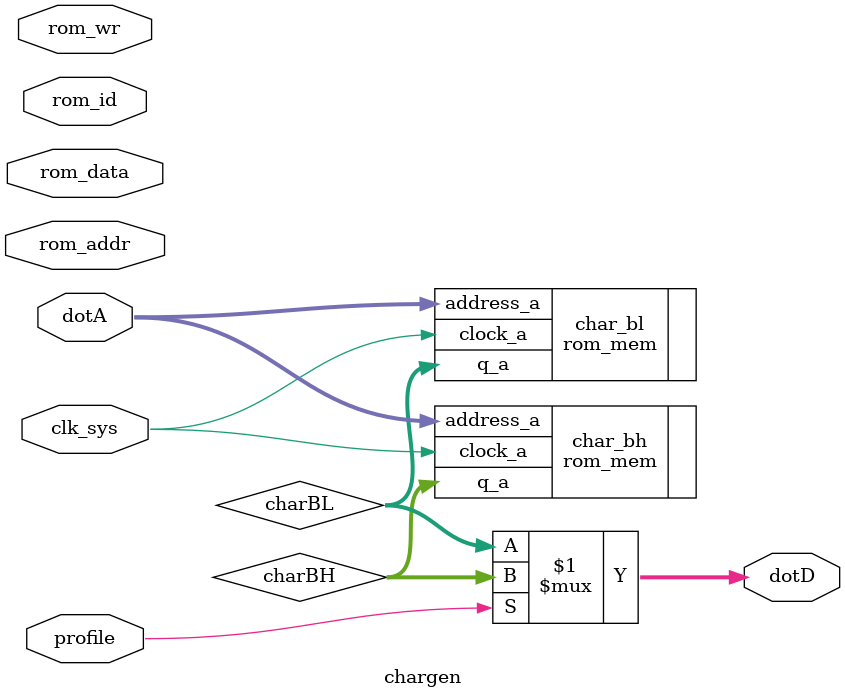
<source format=sv>
/*
 * CBM-II 80-column character generator
 *
 * Copyright (C) 2024, Erik Scheffers (https://github.com/eriks5)
 *
 * This file is part of CBM-II_MiSTer.
 *
 * This program is free software: you can redistribute it and/or modify it
 * under the terms of the GNU General Public License as published by
 * the Free Software Foundation, version 2.
 *
 * You should have received a copy of the GNU General Public License
 * along with this program. If not, see <https://www.gnu.org/licenses/>.
 */

module chargen (
   input         clk_sys,

   input         profile,
   input  [12:0] dotA,
   output  [7:0] dotD,

   input   [5:0] rom_id,
   input  [13:0] rom_addr,
   input         rom_wr,
   input   [7:0] rom_data
);

wire [7:0] charBL;
rom_mem #(8,13,"rtl/roms/characters.901237-01.mif") char_bl
(
   .clock_a(clk_sys),
   .address_a(dotA),
   .q_a(charBL)

   // .clock_b(clk_sys),
   // .address_b(rom_addr),
   // .data_b(rom_data),
   // .wren_b(rom_wr & rom_id==12 & !rom_addr[13])
);

wire [7:0] charBH;
rom_mem #(8,13,"rtl/roms/characters.901232-01.mif") char_bh
(
   .clock_a(clk_sys),
   .address_a(dotA),
   .q_a(charBH)

   // .clock_b(clk_sys),
   // .address_b(rom_addr),
   // .data_b(rom_data),
   // .wren_b(rom_wr & rom_id==13 & !rom_addr[13])
);

assign dotD = profile ? charBH : charBL;

endmodule

</source>
